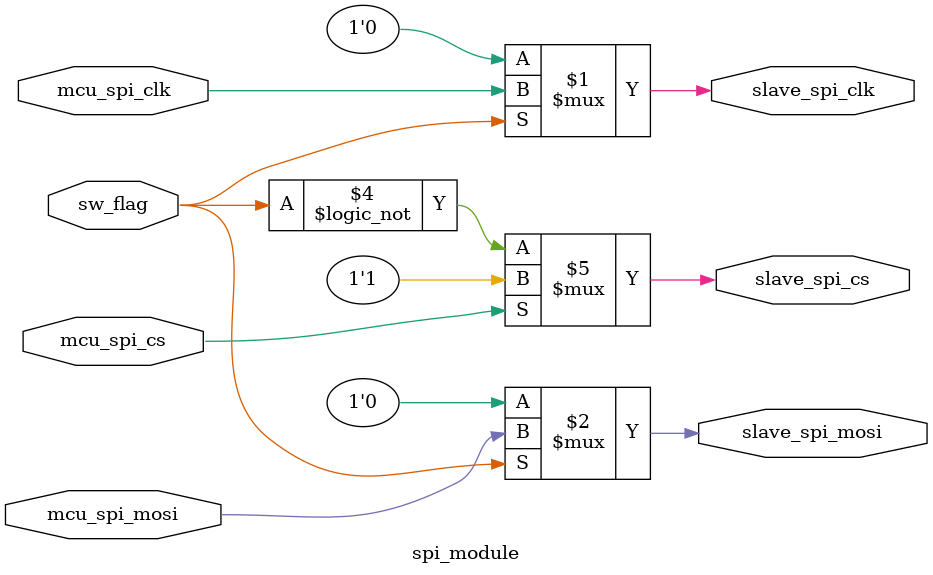
<source format=v>
module spi_module(
input		mcu_spi_clk,
input		mcu_spi_cs,
input		mcu_spi_mosi,



output	slave_spi_clk,
output	slave_spi_mosi,
output	slave_spi_cs,

input		sw_flag

);




assign	slave_spi_clk=(sw_flag)?mcu_spi_clk:1'b0;
assign	slave_spi_mosi=(sw_flag)?mcu_spi_mosi:1'b0;
assign	slave_spi_cs=(mcu_spi_cs==1'b0)?!sw_flag:1'b1;


endmodule

</source>
